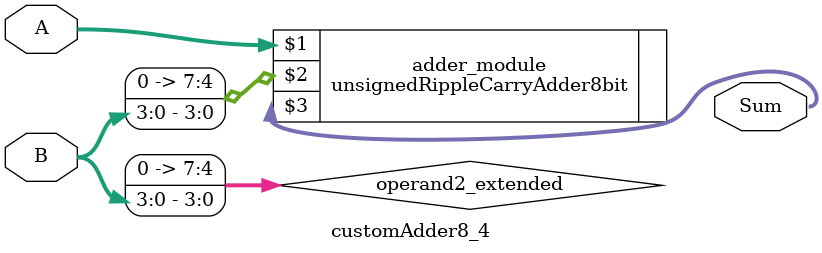
<source format=v>

module customAdder8_4(
                    input [7 : 0] A,
                    input [3 : 0] B,
                    
                    output [8 : 0] Sum
            );

    wire [7 : 0] operand2_extended;
    
    assign operand2_extended =  {4'b0, B};
    
    unsignedRippleCarryAdder8bit adder_module(
        A,
        operand2_extended,
        Sum
    );
    
endmodule
        
</source>
